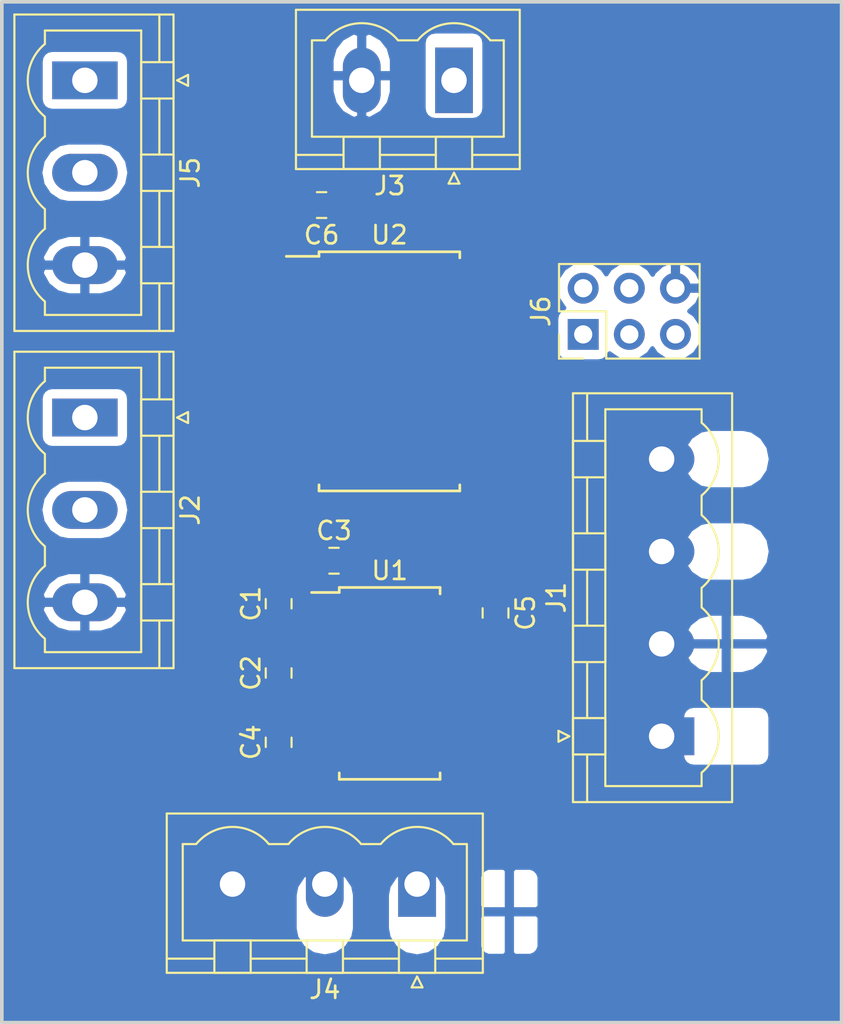
<source format=kicad_pcb>
(kicad_pcb (version 20171130) (host pcbnew "(5.0.0)")

  (general
    (thickness 1.6)
    (drawings 4)
    (tracks 5)
    (zones 0)
    (modules 14)
    (nets 20)
  )

  (page A4)
  (layers
    (0 F.Cu signal)
    (31 B.Cu signal)
    (32 B.Adhes user)
    (33 F.Adhes user)
    (34 B.Paste user)
    (35 F.Paste user)
    (36 B.SilkS user)
    (37 F.SilkS user)
    (38 B.Mask user)
    (39 F.Mask user)
    (40 Dwgs.User user hide)
    (41 Cmts.User user)
    (42 Eco1.User user)
    (43 Eco2.User user)
    (44 Edge.Cuts user)
    (45 Margin user)
    (46 B.CrtYd user)
    (47 F.CrtYd user)
    (48 B.Fab user)
    (49 F.Fab user hide)
  )

  (setup
    (last_trace_width 0.25)
    (trace_clearance 0.2)
    (zone_clearance 0.508)
    (zone_45_only no)
    (trace_min 0.2)
    (segment_width 0.2)
    (edge_width 0.2)
    (via_size 0.8)
    (via_drill 0.4)
    (via_min_size 0.4)
    (via_min_drill 0.3)
    (uvia_size 0.3)
    (uvia_drill 0.1)
    (uvias_allowed no)
    (uvia_min_size 0.2)
    (uvia_min_drill 0.1)
    (pcb_text_width 0.3)
    (pcb_text_size 1.5 1.5)
    (mod_edge_width 0.15)
    (mod_text_size 1 1)
    (mod_text_width 0.15)
    (pad_size 1.524 1.524)
    (pad_drill 0.762)
    (pad_to_mask_clearance 0.2)
    (aux_axis_origin 0 0)
    (visible_elements 7FFFFFFF)
    (pcbplotparams
      (layerselection 0x010fc_ffffffff)
      (usegerberextensions false)
      (usegerberattributes false)
      (usegerberadvancedattributes false)
      (creategerberjobfile false)
      (excludeedgelayer true)
      (linewidth 0.100000)
      (plotframeref false)
      (viasonmask false)
      (mode 1)
      (useauxorigin false)
      (hpglpennumber 1)
      (hpglpenspeed 20)
      (hpglpendiameter 15.000000)
      (psnegative false)
      (psa4output false)
      (plotreference true)
      (plotvalue true)
      (plotinvisibletext false)
      (padsonsilk false)
      (subtractmaskfromsilk false)
      (outputformat 1)
      (mirror false)
      (drillshape 1)
      (scaleselection 1)
      (outputdirectory ""))
  )

  (net 0 "")
  (net 1 "Net-(C1-Pad2)")
  (net 2 "Net-(C1-Pad1)")
  (net 3 "Net-(C2-Pad1)")
  (net 4 "Net-(C2-Pad2)")
  (net 5 "Net-(C3-Pad1)")
  (net 6 +5V)
  (net 7 "Net-(C4-Pad2)")
  (net 8 GNDD)
  (net 9 /TXD)
  (net 10 /RXD)
  (net 11 "Net-(J1-Pad3)")
  (net 12 "Net-(J1-Pad4)")
  (net 13 "Net-(J2-Pad2)")
  (net 14 "Net-(J2-Pad1)")
  (net 15 "Net-(J4-Pad2)")
  (net 16 "Net-(J4-Pad3)")
  (net 17 "Net-(J5-Pad1)")
  (net 18 "Net-(J5-Pad2)")
  (net 19 "Net-(J6-Pad1)")

  (net_class Default "This is the default net class."
    (clearance 0.2)
    (trace_width 0.25)
    (via_dia 0.8)
    (via_drill 0.4)
    (uvia_dia 0.3)
    (uvia_drill 0.1)
    (add_net +5V)
    (add_net /RXD)
    (add_net /TXD)
    (add_net GNDD)
    (add_net "Net-(C1-Pad1)")
    (add_net "Net-(C1-Pad2)")
    (add_net "Net-(C2-Pad1)")
    (add_net "Net-(C2-Pad2)")
    (add_net "Net-(C3-Pad1)")
    (add_net "Net-(C4-Pad2)")
    (add_net "Net-(J1-Pad3)")
    (add_net "Net-(J1-Pad4)")
    (add_net "Net-(J2-Pad1)")
    (add_net "Net-(J2-Pad2)")
    (add_net "Net-(J4-Pad2)")
    (add_net "Net-(J4-Pad3)")
    (add_net "Net-(J5-Pad1)")
    (add_net "Net-(J5-Pad2)")
    (add_net "Net-(J6-Pad1)")
  )

  (module Capacitor_SMD:C_0805_2012Metric (layer F.Cu) (tedit 5B36C52B) (tstamp 5EB6A972)
    (at 41.402 55.7045 270)
    (descr "Capacitor SMD 0805 (2012 Metric), square (rectangular) end terminal, IPC_7351 nominal, (Body size source: https://docs.google.com/spreadsheets/d/1BsfQQcO9C6DZCsRaXUlFlo91Tg2WpOkGARC1WS5S8t0/edit?usp=sharing), generated with kicad-footprint-generator")
    (tags capacitor)
    (path /5EB76AC3)
    (attr smd)
    (fp_text reference C1 (at 0 1.524 270) (layer F.SilkS)
      (effects (font (size 1 1) (thickness 0.15)))
    )
    (fp_text value 1u (at 0 1.65 270) (layer F.Fab)
      (effects (font (size 1 1) (thickness 0.15)))
    )
    (fp_text user %R (at 0 0 270) (layer F.Fab)
      (effects (font (size 0.5 0.5) (thickness 0.08)))
    )
    (fp_line (start 1.68 0.95) (end -1.68 0.95) (layer F.CrtYd) (width 0.05))
    (fp_line (start 1.68 -0.95) (end 1.68 0.95) (layer F.CrtYd) (width 0.05))
    (fp_line (start -1.68 -0.95) (end 1.68 -0.95) (layer F.CrtYd) (width 0.05))
    (fp_line (start -1.68 0.95) (end -1.68 -0.95) (layer F.CrtYd) (width 0.05))
    (fp_line (start -0.258578 0.71) (end 0.258578 0.71) (layer F.SilkS) (width 0.12))
    (fp_line (start -0.258578 -0.71) (end 0.258578 -0.71) (layer F.SilkS) (width 0.12))
    (fp_line (start 1 0.6) (end -1 0.6) (layer F.Fab) (width 0.1))
    (fp_line (start 1 -0.6) (end 1 0.6) (layer F.Fab) (width 0.1))
    (fp_line (start -1 -0.6) (end 1 -0.6) (layer F.Fab) (width 0.1))
    (fp_line (start -1 0.6) (end -1 -0.6) (layer F.Fab) (width 0.1))
    (pad 2 smd roundrect (at 0.9375 0 270) (size 0.975 1.4) (layers F.Cu F.Paste F.Mask) (roundrect_rratio 0.25)
      (net 1 "Net-(C1-Pad2)"))
    (pad 1 smd roundrect (at -0.9375 0 270) (size 0.975 1.4) (layers F.Cu F.Paste F.Mask) (roundrect_rratio 0.25)
      (net 2 "Net-(C1-Pad1)"))
    (model ${KISYS3DMOD}/Capacitor_SMD.3dshapes/C_0805_2012Metric.wrl
      (at (xyz 0 0 0))
      (scale (xyz 1 1 1))
      (rotate (xyz 0 0 0))
    )
  )

  (module Capacitor_SMD:C_0805_2012Metric (layer F.Cu) (tedit 5B36C52B) (tstamp 5EB6A983)
    (at 41.402 59.5145 270)
    (descr "Capacitor SMD 0805 (2012 Metric), square (rectangular) end terminal, IPC_7351 nominal, (Body size source: https://docs.google.com/spreadsheets/d/1BsfQQcO9C6DZCsRaXUlFlo91Tg2WpOkGARC1WS5S8t0/edit?usp=sharing), generated with kicad-footprint-generator")
    (tags capacitor)
    (path /5EB76B73)
    (attr smd)
    (fp_text reference C2 (at 0 1.524 270) (layer F.SilkS)
      (effects (font (size 1 1) (thickness 0.15)))
    )
    (fp_text value 1u (at 0 1.65 270) (layer F.Fab)
      (effects (font (size 1 1) (thickness 0.15)))
    )
    (fp_line (start -1 0.6) (end -1 -0.6) (layer F.Fab) (width 0.1))
    (fp_line (start -1 -0.6) (end 1 -0.6) (layer F.Fab) (width 0.1))
    (fp_line (start 1 -0.6) (end 1 0.6) (layer F.Fab) (width 0.1))
    (fp_line (start 1 0.6) (end -1 0.6) (layer F.Fab) (width 0.1))
    (fp_line (start -0.258578 -0.71) (end 0.258578 -0.71) (layer F.SilkS) (width 0.12))
    (fp_line (start -0.258578 0.71) (end 0.258578 0.71) (layer F.SilkS) (width 0.12))
    (fp_line (start -1.68 0.95) (end -1.68 -0.95) (layer F.CrtYd) (width 0.05))
    (fp_line (start -1.68 -0.95) (end 1.68 -0.95) (layer F.CrtYd) (width 0.05))
    (fp_line (start 1.68 -0.95) (end 1.68 0.95) (layer F.CrtYd) (width 0.05))
    (fp_line (start 1.68 0.95) (end -1.68 0.95) (layer F.CrtYd) (width 0.05))
    (fp_text user %R (at 0 0 270) (layer F.Fab)
      (effects (font (size 0.5 0.5) (thickness 0.08)))
    )
    (pad 1 smd roundrect (at -0.9375 0 270) (size 0.975 1.4) (layers F.Cu F.Paste F.Mask) (roundrect_rratio 0.25)
      (net 3 "Net-(C2-Pad1)"))
    (pad 2 smd roundrect (at 0.9375 0 270) (size 0.975 1.4) (layers F.Cu F.Paste F.Mask) (roundrect_rratio 0.25)
      (net 4 "Net-(C2-Pad2)"))
    (model ${KISYS3DMOD}/Capacitor_SMD.3dshapes/C_0805_2012Metric.wrl
      (at (xyz 0 0 0))
      (scale (xyz 1 1 1))
      (rotate (xyz 0 0 0))
    )
  )

  (module Capacitor_SMD:C_0805_2012Metric (layer F.Cu) (tedit 5B36C52B) (tstamp 5EB6A994)
    (at 44.45 53.34)
    (descr "Capacitor SMD 0805 (2012 Metric), square (rectangular) end terminal, IPC_7351 nominal, (Body size source: https://docs.google.com/spreadsheets/d/1BsfQQcO9C6DZCsRaXUlFlo91Tg2WpOkGARC1WS5S8t0/edit?usp=sharing), generated with kicad-footprint-generator")
    (tags capacitor)
    (path /5EB785BB)
    (attr smd)
    (fp_text reference C3 (at 0 -1.65) (layer F.SilkS)
      (effects (font (size 1 1) (thickness 0.15)))
    )
    (fp_text value 1u (at 0 1.65) (layer F.Fab)
      (effects (font (size 1 1) (thickness 0.15)))
    )
    (fp_line (start -1 0.6) (end -1 -0.6) (layer F.Fab) (width 0.1))
    (fp_line (start -1 -0.6) (end 1 -0.6) (layer F.Fab) (width 0.1))
    (fp_line (start 1 -0.6) (end 1 0.6) (layer F.Fab) (width 0.1))
    (fp_line (start 1 0.6) (end -1 0.6) (layer F.Fab) (width 0.1))
    (fp_line (start -0.258578 -0.71) (end 0.258578 -0.71) (layer F.SilkS) (width 0.12))
    (fp_line (start -0.258578 0.71) (end 0.258578 0.71) (layer F.SilkS) (width 0.12))
    (fp_line (start -1.68 0.95) (end -1.68 -0.95) (layer F.CrtYd) (width 0.05))
    (fp_line (start -1.68 -0.95) (end 1.68 -0.95) (layer F.CrtYd) (width 0.05))
    (fp_line (start 1.68 -0.95) (end 1.68 0.95) (layer F.CrtYd) (width 0.05))
    (fp_line (start 1.68 0.95) (end -1.68 0.95) (layer F.CrtYd) (width 0.05))
    (fp_text user %R (at 0 0) (layer F.Fab)
      (effects (font (size 0.5 0.5) (thickness 0.08)))
    )
    (pad 1 smd roundrect (at -0.9375 0) (size 0.975 1.4) (layers F.Cu F.Paste F.Mask) (roundrect_rratio 0.25)
      (net 5 "Net-(C3-Pad1)"))
    (pad 2 smd roundrect (at 0.9375 0) (size 0.975 1.4) (layers F.Cu F.Paste F.Mask) (roundrect_rratio 0.25)
      (net 6 +5V))
    (model ${KISYS3DMOD}/Capacitor_SMD.3dshapes/C_0805_2012Metric.wrl
      (at (xyz 0 0 0))
      (scale (xyz 1 1 1))
      (rotate (xyz 0 0 0))
    )
  )

  (module Capacitor_SMD:C_0805_2012Metric (layer F.Cu) (tedit 5B36C52B) (tstamp 5EB6A9A5)
    (at 41.402 63.3245 90)
    (descr "Capacitor SMD 0805 (2012 Metric), square (rectangular) end terminal, IPC_7351 nominal, (Body size source: https://docs.google.com/spreadsheets/d/1BsfQQcO9C6DZCsRaXUlFlo91Tg2WpOkGARC1WS5S8t0/edit?usp=sharing), generated with kicad-footprint-generator")
    (tags capacitor)
    (path /5EB76BDD)
    (attr smd)
    (fp_text reference C4 (at 0 -1.524 90) (layer F.SilkS)
      (effects (font (size 1 1) (thickness 0.15)))
    )
    (fp_text value 1u (at 0 1.65 90) (layer F.Fab)
      (effects (font (size 1 1) (thickness 0.15)))
    )
    (fp_text user %R (at 0 0 90) (layer F.Fab)
      (effects (font (size 0.5 0.5) (thickness 0.08)))
    )
    (fp_line (start 1.68 0.95) (end -1.68 0.95) (layer F.CrtYd) (width 0.05))
    (fp_line (start 1.68 -0.95) (end 1.68 0.95) (layer F.CrtYd) (width 0.05))
    (fp_line (start -1.68 -0.95) (end 1.68 -0.95) (layer F.CrtYd) (width 0.05))
    (fp_line (start -1.68 0.95) (end -1.68 -0.95) (layer F.CrtYd) (width 0.05))
    (fp_line (start -0.258578 0.71) (end 0.258578 0.71) (layer F.SilkS) (width 0.12))
    (fp_line (start -0.258578 -0.71) (end 0.258578 -0.71) (layer F.SilkS) (width 0.12))
    (fp_line (start 1 0.6) (end -1 0.6) (layer F.Fab) (width 0.1))
    (fp_line (start 1 -0.6) (end 1 0.6) (layer F.Fab) (width 0.1))
    (fp_line (start -1 -0.6) (end 1 -0.6) (layer F.Fab) (width 0.1))
    (fp_line (start -1 0.6) (end -1 -0.6) (layer F.Fab) (width 0.1))
    (pad 2 smd roundrect (at 0.9375 0 90) (size 0.975 1.4) (layers F.Cu F.Paste F.Mask) (roundrect_rratio 0.25)
      (net 7 "Net-(C4-Pad2)"))
    (pad 1 smd roundrect (at -0.9375 0 90) (size 0.975 1.4) (layers F.Cu F.Paste F.Mask) (roundrect_rratio 0.25)
      (net 8 GNDD))
    (model ${KISYS3DMOD}/Capacitor_SMD.3dshapes/C_0805_2012Metric.wrl
      (at (xyz 0 0 0))
      (scale (xyz 1 1 1))
      (rotate (xyz 0 0 0))
    )
  )

  (module Capacitor_SMD:C_0805_2012Metric (layer F.Cu) (tedit 5B36C52B) (tstamp 5EB6AD66)
    (at 53.34 56.2125 270)
    (descr "Capacitor SMD 0805 (2012 Metric), square (rectangular) end terminal, IPC_7351 nominal, (Body size source: https://docs.google.com/spreadsheets/d/1BsfQQcO9C6DZCsRaXUlFlo91Tg2WpOkGARC1WS5S8t0/edit?usp=sharing), generated with kicad-footprint-generator")
    (tags capacitor)
    (path /5EB79998)
    (attr smd)
    (fp_text reference C5 (at 0 -1.65 270) (layer F.SilkS)
      (effects (font (size 1 1) (thickness 0.15)))
    )
    (fp_text value 1u (at 0 1.65 270) (layer F.Fab)
      (effects (font (size 1 1) (thickness 0.15)))
    )
    (fp_text user %R (at 0 0 270) (layer F.Fab)
      (effects (font (size 0.5 0.5) (thickness 0.08)))
    )
    (fp_line (start 1.68 0.95) (end -1.68 0.95) (layer F.CrtYd) (width 0.05))
    (fp_line (start 1.68 -0.95) (end 1.68 0.95) (layer F.CrtYd) (width 0.05))
    (fp_line (start -1.68 -0.95) (end 1.68 -0.95) (layer F.CrtYd) (width 0.05))
    (fp_line (start -1.68 0.95) (end -1.68 -0.95) (layer F.CrtYd) (width 0.05))
    (fp_line (start -0.258578 0.71) (end 0.258578 0.71) (layer F.SilkS) (width 0.12))
    (fp_line (start -0.258578 -0.71) (end 0.258578 -0.71) (layer F.SilkS) (width 0.12))
    (fp_line (start 1 0.6) (end -1 0.6) (layer F.Fab) (width 0.1))
    (fp_line (start 1 -0.6) (end 1 0.6) (layer F.Fab) (width 0.1))
    (fp_line (start -1 -0.6) (end 1 -0.6) (layer F.Fab) (width 0.1))
    (fp_line (start -1 0.6) (end -1 -0.6) (layer F.Fab) (width 0.1))
    (pad 2 smd roundrect (at 0.9375 0 270) (size 0.975 1.4) (layers F.Cu F.Paste F.Mask) (roundrect_rratio 0.25)
      (net 8 GNDD))
    (pad 1 smd roundrect (at -0.9375 0 270) (size 0.975 1.4) (layers F.Cu F.Paste F.Mask) (roundrect_rratio 0.25)
      (net 6 +5V))
    (model ${KISYS3DMOD}/Capacitor_SMD.3dshapes/C_0805_2012Metric.wrl
      (at (xyz 0 0 0))
      (scale (xyz 1 1 1))
      (rotate (xyz 0 0 0))
    )
  )

  (module Capacitor_SMD:C_0805_2012Metric (layer F.Cu) (tedit 5B36C52B) (tstamp 5EB6AEBA)
    (at 43.7665 33.782 180)
    (descr "Capacitor SMD 0805 (2012 Metric), square (rectangular) end terminal, IPC_7351 nominal, (Body size source: https://docs.google.com/spreadsheets/d/1BsfQQcO9C6DZCsRaXUlFlo91Tg2WpOkGARC1WS5S8t0/edit?usp=sharing), generated with kicad-footprint-generator")
    (tags capacitor)
    (path /5EB67D9C)
    (attr smd)
    (fp_text reference C6 (at 0 -1.65 180) (layer F.SilkS)
      (effects (font (size 1 1) (thickness 0.15)))
    )
    (fp_text value 100n (at 0 1.65 180) (layer F.Fab)
      (effects (font (size 1 1) (thickness 0.15)))
    )
    (fp_line (start -1 0.6) (end -1 -0.6) (layer F.Fab) (width 0.1))
    (fp_line (start -1 -0.6) (end 1 -0.6) (layer F.Fab) (width 0.1))
    (fp_line (start 1 -0.6) (end 1 0.6) (layer F.Fab) (width 0.1))
    (fp_line (start 1 0.6) (end -1 0.6) (layer F.Fab) (width 0.1))
    (fp_line (start -0.258578 -0.71) (end 0.258578 -0.71) (layer F.SilkS) (width 0.12))
    (fp_line (start -0.258578 0.71) (end 0.258578 0.71) (layer F.SilkS) (width 0.12))
    (fp_line (start -1.68 0.95) (end -1.68 -0.95) (layer F.CrtYd) (width 0.05))
    (fp_line (start -1.68 -0.95) (end 1.68 -0.95) (layer F.CrtYd) (width 0.05))
    (fp_line (start 1.68 -0.95) (end 1.68 0.95) (layer F.CrtYd) (width 0.05))
    (fp_line (start 1.68 0.95) (end -1.68 0.95) (layer F.CrtYd) (width 0.05))
    (fp_text user %R (at 0 0 180) (layer F.Fab)
      (effects (font (size 0.5 0.5) (thickness 0.08)))
    )
    (pad 1 smd roundrect (at -0.9375 0 180) (size 0.975 1.4) (layers F.Cu F.Paste F.Mask) (roundrect_rratio 0.25)
      (net 8 GNDD))
    (pad 2 smd roundrect (at 0.9375 0 180) (size 0.975 1.4) (layers F.Cu F.Paste F.Mask) (roundrect_rratio 0.25)
      (net 6 +5V))
    (model ${KISYS3DMOD}/Capacitor_SMD.3dshapes/C_0805_2012Metric.wrl
      (at (xyz 0 0 0))
      (scale (xyz 1 1 1))
      (rotate (xyz 0 0 0))
    )
  )

  (module Package_SO:SOIC-16W_5.3x10.2mm_P1.27mm (layer F.Cu) (tedit 5A02F2D3) (tstamp 5EB6A9EC)
    (at 47.513001 60.085001)
    (descr "16-Lead Plastic Small Outline (SO) - Wide, 5.3 mm Body (http://www.ti.com/lit/ml/msop002a/msop002a.pdf)")
    (tags "SOIC 1.27")
    (path /5EB73E75)
    (attr smd)
    (fp_text reference U1 (at 0 -6.2) (layer F.SilkS)
      (effects (font (size 1 1) (thickness 0.15)))
    )
    (fp_text value MAX232 (at 0 6.2) (layer F.Fab)
      (effects (font (size 1 1) (thickness 0.15)))
    )
    (fp_text user %R (at 0 0) (layer F.Fab)
      (effects (font (size 1 1) (thickness 0.15)))
    )
    (fp_line (start -1.65 -5.1) (end 2.65 -5.1) (layer F.Fab) (width 0.15))
    (fp_line (start 2.65 -5.1) (end 2.65 5.1) (layer F.Fab) (width 0.15))
    (fp_line (start 2.65 5.1) (end -2.65 5.1) (layer F.Fab) (width 0.15))
    (fp_line (start -2.65 5.1) (end -2.65 -4.1) (layer F.Fab) (width 0.15))
    (fp_line (start -2.65 -4.1) (end -1.65 -5.1) (layer F.Fab) (width 0.15))
    (fp_line (start -4.55 -5.45) (end -4.55 5.45) (layer F.CrtYd) (width 0.05))
    (fp_line (start 4.55 -5.45) (end 4.55 5.45) (layer F.CrtYd) (width 0.05))
    (fp_line (start -4.55 -5.45) (end 4.55 -5.45) (layer F.CrtYd) (width 0.05))
    (fp_line (start -4.55 5.45) (end 4.55 5.45) (layer F.CrtYd) (width 0.05))
    (fp_line (start -2.775 -5.275) (end -2.775 -5) (layer F.SilkS) (width 0.15))
    (fp_line (start 2.775 -5.275) (end 2.775 -4.92) (layer F.SilkS) (width 0.15))
    (fp_line (start 2.775 5.275) (end 2.775 4.92) (layer F.SilkS) (width 0.15))
    (fp_line (start -2.775 5.275) (end -2.775 4.92) (layer F.SilkS) (width 0.15))
    (fp_line (start -2.775 -5.275) (end 2.775 -5.275) (layer F.SilkS) (width 0.15))
    (fp_line (start -2.775 5.275) (end 2.775 5.275) (layer F.SilkS) (width 0.15))
    (fp_line (start -2.775 -5) (end -4.3 -5) (layer F.SilkS) (width 0.15))
    (pad 1 smd rect (at -3.55 -4.445) (size 1.5 0.6) (layers F.Cu F.Paste F.Mask)
      (net 2 "Net-(C1-Pad1)"))
    (pad 2 smd rect (at -3.55 -3.175) (size 1.5 0.6) (layers F.Cu F.Paste F.Mask)
      (net 5 "Net-(C3-Pad1)"))
    (pad 3 smd rect (at -3.55 -1.905) (size 1.5 0.6) (layers F.Cu F.Paste F.Mask)
      (net 1 "Net-(C1-Pad2)"))
    (pad 4 smd rect (at -3.55 -0.635) (size 1.5 0.6) (layers F.Cu F.Paste F.Mask)
      (net 3 "Net-(C2-Pad1)"))
    (pad 5 smd rect (at -3.55 0.635) (size 1.5 0.6) (layers F.Cu F.Paste F.Mask)
      (net 4 "Net-(C2-Pad2)"))
    (pad 6 smd rect (at -3.55 1.905) (size 1.5 0.6) (layers F.Cu F.Paste F.Mask)
      (net 7 "Net-(C4-Pad2)"))
    (pad 7 smd rect (at -3.55 3.175) (size 1.5 0.6) (layers F.Cu F.Paste F.Mask)
      (net 16 "Net-(J4-Pad3)"))
    (pad 8 smd rect (at -3.55 4.445) (size 1.5 0.6) (layers F.Cu F.Paste F.Mask))
    (pad 9 smd rect (at 3.55 4.445) (size 1.5 0.6) (layers F.Cu F.Paste F.Mask))
    (pad 10 smd rect (at 3.55 3.175) (size 1.5 0.6) (layers F.Cu F.Paste F.Mask)
      (net 9 /TXD))
    (pad 11 smd rect (at 3.55 1.905) (size 1.5 0.6) (layers F.Cu F.Paste F.Mask))
    (pad 12 smd rect (at 3.55 0.635) (size 1.5 0.6) (layers F.Cu F.Paste F.Mask)
      (net 10 /RXD))
    (pad 13 smd rect (at 3.55 -0.635) (size 1.5 0.6) (layers F.Cu F.Paste F.Mask)
      (net 15 "Net-(J4-Pad2)"))
    (pad 14 smd rect (at 3.55 -1.905) (size 1.5 0.6) (layers F.Cu F.Paste F.Mask))
    (pad 15 smd rect (at 3.55 -3.175) (size 1.5 0.6) (layers F.Cu F.Paste F.Mask)
      (net 8 GNDD))
    (pad 16 smd rect (at 3.55 -4.445) (size 1.5 0.6) (layers F.Cu F.Paste F.Mask)
      (net 6 +5V))
    (model ${KISYS3DMOD}/Package_SO.3dshapes/SOIC-16W_5.3x10.2mm_P1.27mm.wrl
      (at (xyz 0 0 0))
      (scale (xyz 1 1 1))
      (rotate (xyz 0 0 0))
    )
  )

  (module Package_SO:SOIC-20W_7.5x12.8mm_P1.27mm (layer F.Cu) (tedit 5A02F2D3) (tstamp 5EB6AC94)
    (at 47.498 42.926)
    (descr "20-Lead Plastic Small Outline (SO) - Wide, 7.50 mm Body [SOIC] (see Microchip Packaging Specification 00000049BS.pdf)")
    (tags "SOIC 1.27")
    (path /5EB67199)
    (attr smd)
    (fp_text reference U2 (at 0 -7.5) (layer F.SilkS)
      (effects (font (size 1 1) (thickness 0.15)))
    )
    (fp_text value ATtiny816-SN (at 0 7.5) (layer F.Fab)
      (effects (font (size 1 1) (thickness 0.15)))
    )
    (fp_text user %R (at 0 0) (layer F.Fab)
      (effects (font (size 1 1) (thickness 0.15)))
    )
    (fp_line (start -2.75 -6.4) (end 3.75 -6.4) (layer F.Fab) (width 0.15))
    (fp_line (start 3.75 -6.4) (end 3.75 6.4) (layer F.Fab) (width 0.15))
    (fp_line (start 3.75 6.4) (end -3.75 6.4) (layer F.Fab) (width 0.15))
    (fp_line (start -3.75 6.4) (end -3.75 -5.4) (layer F.Fab) (width 0.15))
    (fp_line (start -3.75 -5.4) (end -2.75 -6.4) (layer F.Fab) (width 0.15))
    (fp_line (start -5.95 -6.75) (end -5.95 6.75) (layer F.CrtYd) (width 0.05))
    (fp_line (start 5.95 -6.75) (end 5.95 6.75) (layer F.CrtYd) (width 0.05))
    (fp_line (start -5.95 -6.75) (end 5.95 -6.75) (layer F.CrtYd) (width 0.05))
    (fp_line (start -5.95 6.75) (end 5.95 6.75) (layer F.CrtYd) (width 0.05))
    (fp_line (start -3.875 -6.575) (end -3.875 -6.325) (layer F.SilkS) (width 0.15))
    (fp_line (start 3.875 -6.575) (end 3.875 -6.24) (layer F.SilkS) (width 0.15))
    (fp_line (start 3.875 6.575) (end 3.875 6.24) (layer F.SilkS) (width 0.15))
    (fp_line (start -3.875 6.575) (end -3.875 6.24) (layer F.SilkS) (width 0.15))
    (fp_line (start -3.875 -6.575) (end 3.875 -6.575) (layer F.SilkS) (width 0.15))
    (fp_line (start -3.875 6.575) (end 3.875 6.575) (layer F.SilkS) (width 0.15))
    (fp_line (start -3.875 -6.325) (end -5.675 -6.325) (layer F.SilkS) (width 0.15))
    (pad 1 smd rect (at -4.7 -5.715) (size 1.95 0.6) (layers F.Cu F.Paste F.Mask)
      (net 6 +5V))
    (pad 2 smd rect (at -4.7 -4.445) (size 1.95 0.6) (layers F.Cu F.Paste F.Mask))
    (pad 3 smd rect (at -4.7 -3.175) (size 1.95 0.6) (layers F.Cu F.Paste F.Mask))
    (pad 4 smd rect (at -4.7 -1.905) (size 1.95 0.6) (layers F.Cu F.Paste F.Mask)
      (net 17 "Net-(J5-Pad1)"))
    (pad 5 smd rect (at -4.7 -0.635) (size 1.95 0.6) (layers F.Cu F.Paste F.Mask)
      (net 18 "Net-(J5-Pad2)"))
    (pad 6 smd rect (at -4.7 0.635) (size 1.95 0.6) (layers F.Cu F.Paste F.Mask))
    (pad 7 smd rect (at -4.7 1.905) (size 1.95 0.6) (layers F.Cu F.Paste F.Mask))
    (pad 8 smd rect (at -4.7 3.175) (size 1.95 0.6) (layers F.Cu F.Paste F.Mask)
      (net 10 /RXD))
    (pad 9 smd rect (at -4.7 4.445) (size 1.95 0.6) (layers F.Cu F.Paste F.Mask)
      (net 9 /TXD))
    (pad 10 smd rect (at -4.7 5.715) (size 1.95 0.6) (layers F.Cu F.Paste F.Mask)
      (net 13 "Net-(J2-Pad2)"))
    (pad 11 smd rect (at 4.7 5.715) (size 1.95 0.6) (layers F.Cu F.Paste F.Mask)
      (net 14 "Net-(J2-Pad1)"))
    (pad 12 smd rect (at 4.7 4.445) (size 1.95 0.6) (layers F.Cu F.Paste F.Mask)
      (net 11 "Net-(J1-Pad3)"))
    (pad 13 smd rect (at 4.7 3.175) (size 1.95 0.6) (layers F.Cu F.Paste F.Mask)
      (net 12 "Net-(J1-Pad4)"))
    (pad 14 smd rect (at 4.7 1.905) (size 1.95 0.6) (layers F.Cu F.Paste F.Mask))
    (pad 15 smd rect (at 4.7 0.635) (size 1.95 0.6) (layers F.Cu F.Paste F.Mask))
    (pad 16 smd rect (at 4.7 -0.635) (size 1.95 0.6) (layers F.Cu F.Paste F.Mask)
      (net 19 "Net-(J6-Pad1)"))
    (pad 17 smd rect (at 4.7 -1.905) (size 1.95 0.6) (layers F.Cu F.Paste F.Mask))
    (pad 18 smd rect (at 4.7 -3.175) (size 1.95 0.6) (layers F.Cu F.Paste F.Mask))
    (pad 19 smd rect (at 4.7 -4.445) (size 1.95 0.6) (layers F.Cu F.Paste F.Mask))
    (pad 20 smd rect (at 4.7 -5.715) (size 1.95 0.6) (layers F.Cu F.Paste F.Mask)
      (net 8 GNDD))
    (model ${KISYS3DMOD}/Package_SO.3dshapes/SOIC-20W_7.5x12.8mm_P1.27mm.wrl
      (at (xyz 0 0 0))
      (scale (xyz 1 1 1))
      (rotate (xyz 0 0 0))
    )
  )

  (module Connector_Phoenix_MSTB:PhoenixContact_MSTBVA_2,5_4-G-5,08_1x04_P5.08mm_Vertical (layer F.Cu) (tedit 5A00FA1E) (tstamp 5EB8F1CF)
    (at 62.484 62.992 90)
    (descr "Generic Phoenix Contact connector footprint for: MSTBVA_2,5/4-G-5,08; number of pins: 04; pin pitch: 5.08mm; Vertical || order number: 1755752 12A || order number: 1924321 16A (HC)")
    (tags "phoenix_contact connector MSTBVA_01x04_G_5.08mm")
    (path /5EB64F77)
    (fp_text reference J1 (at 7.62 -5.8 90) (layer F.SilkS)
      (effects (font (size 1 1) (thickness 0.15)))
    )
    (fp_text value "Limit Switch Inputs" (at 7.62 4.8 90) (layer F.Fab)
      (effects (font (size 1 1) (thickness 0.15)))
    )
    (fp_arc (start 0 0.55) (end -2 2.2) (angle -100.5) (layer F.SilkS) (width 0.12))
    (fp_arc (start 5.08 0.55) (end 3.08 2.2) (angle -100.5) (layer F.SilkS) (width 0.12))
    (fp_arc (start 10.16 0.55) (end 8.16 2.2) (angle -100.5) (layer F.SilkS) (width 0.12))
    (fp_arc (start 15.24 0.55) (end 13.24 2.2) (angle -100.5) (layer F.SilkS) (width 0.12))
    (fp_line (start -3.62 -4.88) (end -3.62 3.88) (layer F.SilkS) (width 0.12))
    (fp_line (start -3.62 3.88) (end 18.86 3.88) (layer F.SilkS) (width 0.12))
    (fp_line (start 18.86 3.88) (end 18.86 -4.88) (layer F.SilkS) (width 0.12))
    (fp_line (start 18.86 -4.88) (end -3.62 -4.88) (layer F.SilkS) (width 0.12))
    (fp_line (start -3.54 -4.8) (end -3.54 3.8) (layer F.Fab) (width 0.1))
    (fp_line (start -3.54 3.8) (end 18.78 3.8) (layer F.Fab) (width 0.1))
    (fp_line (start 18.78 3.8) (end 18.78 -4.8) (layer F.Fab) (width 0.1))
    (fp_line (start 18.78 -4.8) (end -3.54 -4.8) (layer F.Fab) (width 0.1))
    (fp_line (start -3.62 -4.1) (end -1.08 -4.1) (layer F.SilkS) (width 0.12))
    (fp_line (start 18.86 -4.1) (end 16.32 -4.1) (layer F.SilkS) (width 0.12))
    (fp_line (start 1 -4.1) (end 4.08 -4.1) (layer F.SilkS) (width 0.12))
    (fp_line (start 6.08 -4.1) (end 9.16 -4.1) (layer F.SilkS) (width 0.12))
    (fp_line (start 11.16 -4.1) (end 14.24 -4.1) (layer F.SilkS) (width 0.12))
    (fp_line (start -1 -3.1) (end -1 -4.88) (layer F.SilkS) (width 0.12))
    (fp_line (start -1 -4.88) (end 1 -4.88) (layer F.SilkS) (width 0.12))
    (fp_line (start 1 -4.88) (end 1 -3.1) (layer F.SilkS) (width 0.12))
    (fp_line (start 1 -3.1) (end -1 -3.1) (layer F.SilkS) (width 0.12))
    (fp_line (start 4.08 -3.1) (end 4.08 -4.88) (layer F.SilkS) (width 0.12))
    (fp_line (start 4.08 -4.88) (end 6.08 -4.88) (layer F.SilkS) (width 0.12))
    (fp_line (start 6.08 -4.88) (end 6.08 -3.1) (layer F.SilkS) (width 0.12))
    (fp_line (start 6.08 -3.1) (end 4.08 -3.1) (layer F.SilkS) (width 0.12))
    (fp_line (start 9.16 -3.1) (end 9.16 -4.88) (layer F.SilkS) (width 0.12))
    (fp_line (start 9.16 -4.88) (end 11.16 -4.88) (layer F.SilkS) (width 0.12))
    (fp_line (start 11.16 -4.88) (end 11.16 -3.1) (layer F.SilkS) (width 0.12))
    (fp_line (start 11.16 -3.1) (end 9.16 -3.1) (layer F.SilkS) (width 0.12))
    (fp_line (start 14.24 -3.1) (end 14.24 -4.88) (layer F.SilkS) (width 0.12))
    (fp_line (start 14.24 -4.88) (end 16.24 -4.88) (layer F.SilkS) (width 0.12))
    (fp_line (start 16.24 -4.88) (end 16.24 -3.1) (layer F.SilkS) (width 0.12))
    (fp_line (start 16.24 -3.1) (end 14.24 -3.1) (layer F.SilkS) (width 0.12))
    (fp_line (start 2 2.2) (end 3.08 2.2) (layer F.SilkS) (width 0.12))
    (fp_line (start 7.08 2.2) (end 8.16 2.2) (layer F.SilkS) (width 0.12))
    (fp_line (start 12.16 2.2) (end 13.24 2.2) (layer F.SilkS) (width 0.12))
    (fp_line (start -2 2.2) (end -2.74 2.2) (layer F.SilkS) (width 0.12))
    (fp_line (start -2.74 2.2) (end -2.74 -3.1) (layer F.SilkS) (width 0.12))
    (fp_line (start -2.74 -3.1) (end 17.98 -3.1) (layer F.SilkS) (width 0.12))
    (fp_line (start 17.98 -3.1) (end 17.98 2.2) (layer F.SilkS) (width 0.12))
    (fp_line (start 17.98 2.2) (end 17.24 2.2) (layer F.SilkS) (width 0.12))
    (fp_line (start -4.04 -5.3) (end -4.04 4.3) (layer F.CrtYd) (width 0.05))
    (fp_line (start -4.04 4.3) (end 19.28 4.3) (layer F.CrtYd) (width 0.05))
    (fp_line (start 19.28 4.3) (end 19.28 -5.3) (layer F.CrtYd) (width 0.05))
    (fp_line (start 19.28 -5.3) (end -4.04 -5.3) (layer F.CrtYd) (width 0.05))
    (fp_line (start 0.3 -5.68) (end 0 -5.08) (layer F.SilkS) (width 0.12))
    (fp_line (start 0 -5.08) (end -0.3 -5.68) (layer F.SilkS) (width 0.12))
    (fp_line (start -0.3 -5.68) (end 0.3 -5.68) (layer F.SilkS) (width 0.12))
    (fp_line (start 0.5 -3.55) (end 0 -2.55) (layer F.Fab) (width 0.1))
    (fp_line (start 0 -2.55) (end -0.5 -3.55) (layer F.Fab) (width 0.1))
    (fp_line (start -0.5 -3.55) (end 0.5 -3.55) (layer F.Fab) (width 0.1))
    (fp_text user %R (at 7.62 -3 90) (layer F.Fab)
      (effects (font (size 1 1) (thickness 0.15)))
    )
    (pad 1 thru_hole rect (at 0 0 90) (size 2.08 3.6) (drill 1.4) (layers *.Cu *.Mask)
      (net 6 +5V))
    (pad 2 thru_hole oval (at 5.08 0 90) (size 2.08 3.6) (drill 1.4) (layers *.Cu *.Mask)
      (net 8 GNDD))
    (pad 3 thru_hole oval (at 10.16 0 90) (size 2.08 3.6) (drill 1.4) (layers *.Cu *.Mask)
      (net 11 "Net-(J1-Pad3)"))
    (pad 4 thru_hole oval (at 15.24 0 90) (size 2.08 3.6) (drill 1.4) (layers *.Cu *.Mask)
      (net 12 "Net-(J1-Pad4)"))
    (model ${KISYS3DMOD}/Connector_Phoenix_MSTB.3dshapes/PhoenixContact_MSTBVA_2,5_4-G-5,08_1x04_P5.08mm_Vertical.wrl
      (at (xyz 0 0 0))
      (scale (xyz 1 1 1))
      (rotate (xyz 0 0 0))
    )
  )

  (module Connector_Phoenix_MSTB:PhoenixContact_MSTBVA_2,5_3-G-5,08_1x03_P5.08mm_Vertical (layer F.Cu) (tedit 5A00FA1E) (tstamp 5EB8F203)
    (at 30.734 45.466 270)
    (descr "Generic Phoenix Contact connector footprint for: MSTBVA_2,5/3-G-5,08; number of pins: 03; pin pitch: 5.08mm; Vertical || order number: 1755749 12A || order number: 1924318 16A (HC)")
    (tags "phoenix_contact connector MSTBVA_01x03_G_5.08mm")
    (path /5EB70C64)
    (fp_text reference J2 (at 5.08 -5.8 270) (layer F.SilkS)
      (effects (font (size 1 1) (thickness 0.15)))
    )
    (fp_text value "DC Motor Control" (at 5.08 4.8 270) (layer F.Fab)
      (effects (font (size 1 1) (thickness 0.15)))
    )
    (fp_text user %R (at 5.08 -3 270) (layer F.Fab)
      (effects (font (size 1 1) (thickness 0.15)))
    )
    (fp_line (start -0.5 -3.55) (end 0.5 -3.55) (layer F.Fab) (width 0.1))
    (fp_line (start 0 -2.55) (end -0.5 -3.55) (layer F.Fab) (width 0.1))
    (fp_line (start 0.5 -3.55) (end 0 -2.55) (layer F.Fab) (width 0.1))
    (fp_line (start -0.3 -5.68) (end 0.3 -5.68) (layer F.SilkS) (width 0.12))
    (fp_line (start 0 -5.08) (end -0.3 -5.68) (layer F.SilkS) (width 0.12))
    (fp_line (start 0.3 -5.68) (end 0 -5.08) (layer F.SilkS) (width 0.12))
    (fp_line (start 14.2 -5.3) (end -4.04 -5.3) (layer F.CrtYd) (width 0.05))
    (fp_line (start 14.2 4.3) (end 14.2 -5.3) (layer F.CrtYd) (width 0.05))
    (fp_line (start -4.04 4.3) (end 14.2 4.3) (layer F.CrtYd) (width 0.05))
    (fp_line (start -4.04 -5.3) (end -4.04 4.3) (layer F.CrtYd) (width 0.05))
    (fp_line (start 12.9 2.2) (end 12.16 2.2) (layer F.SilkS) (width 0.12))
    (fp_line (start 12.9 -3.1) (end 12.9 2.2) (layer F.SilkS) (width 0.12))
    (fp_line (start -2.74 -3.1) (end 12.9 -3.1) (layer F.SilkS) (width 0.12))
    (fp_line (start -2.74 2.2) (end -2.74 -3.1) (layer F.SilkS) (width 0.12))
    (fp_line (start -2 2.2) (end -2.74 2.2) (layer F.SilkS) (width 0.12))
    (fp_line (start 7.08 2.2) (end 8.16 2.2) (layer F.SilkS) (width 0.12))
    (fp_line (start 2 2.2) (end 3.08 2.2) (layer F.SilkS) (width 0.12))
    (fp_line (start 11.16 -3.1) (end 9.16 -3.1) (layer F.SilkS) (width 0.12))
    (fp_line (start 11.16 -4.88) (end 11.16 -3.1) (layer F.SilkS) (width 0.12))
    (fp_line (start 9.16 -4.88) (end 11.16 -4.88) (layer F.SilkS) (width 0.12))
    (fp_line (start 9.16 -3.1) (end 9.16 -4.88) (layer F.SilkS) (width 0.12))
    (fp_line (start 6.08 -3.1) (end 4.08 -3.1) (layer F.SilkS) (width 0.12))
    (fp_line (start 6.08 -4.88) (end 6.08 -3.1) (layer F.SilkS) (width 0.12))
    (fp_line (start 4.08 -4.88) (end 6.08 -4.88) (layer F.SilkS) (width 0.12))
    (fp_line (start 4.08 -3.1) (end 4.08 -4.88) (layer F.SilkS) (width 0.12))
    (fp_line (start 1 -3.1) (end -1 -3.1) (layer F.SilkS) (width 0.12))
    (fp_line (start 1 -4.88) (end 1 -3.1) (layer F.SilkS) (width 0.12))
    (fp_line (start -1 -4.88) (end 1 -4.88) (layer F.SilkS) (width 0.12))
    (fp_line (start -1 -3.1) (end -1 -4.88) (layer F.SilkS) (width 0.12))
    (fp_line (start 6.08 -4.1) (end 9.16 -4.1) (layer F.SilkS) (width 0.12))
    (fp_line (start 1 -4.1) (end 4.08 -4.1) (layer F.SilkS) (width 0.12))
    (fp_line (start 13.78 -4.1) (end 11.24 -4.1) (layer F.SilkS) (width 0.12))
    (fp_line (start -3.62 -4.1) (end -1.08 -4.1) (layer F.SilkS) (width 0.12))
    (fp_line (start 13.7 -4.8) (end -3.54 -4.8) (layer F.Fab) (width 0.1))
    (fp_line (start 13.7 3.8) (end 13.7 -4.8) (layer F.Fab) (width 0.1))
    (fp_line (start -3.54 3.8) (end 13.7 3.8) (layer F.Fab) (width 0.1))
    (fp_line (start -3.54 -4.8) (end -3.54 3.8) (layer F.Fab) (width 0.1))
    (fp_line (start 13.78 -4.88) (end -3.62 -4.88) (layer F.SilkS) (width 0.12))
    (fp_line (start 13.78 3.88) (end 13.78 -4.88) (layer F.SilkS) (width 0.12))
    (fp_line (start -3.62 3.88) (end 13.78 3.88) (layer F.SilkS) (width 0.12))
    (fp_line (start -3.62 -4.88) (end -3.62 3.88) (layer F.SilkS) (width 0.12))
    (fp_arc (start 10.16 0.55) (end 8.16 2.2) (angle -100.5) (layer F.SilkS) (width 0.12))
    (fp_arc (start 5.08 0.55) (end 3.08 2.2) (angle -100.5) (layer F.SilkS) (width 0.12))
    (fp_arc (start 0 0.55) (end -2 2.2) (angle -100.5) (layer F.SilkS) (width 0.12))
    (pad 3 thru_hole oval (at 10.16 0 270) (size 2.08 3.6) (drill 1.4) (layers *.Cu *.Mask)
      (net 8 GNDD))
    (pad 2 thru_hole oval (at 5.08 0 270) (size 2.08 3.6) (drill 1.4) (layers *.Cu *.Mask)
      (net 13 "Net-(J2-Pad2)"))
    (pad 1 thru_hole rect (at 0 0 270) (size 2.08 3.6) (drill 1.4) (layers *.Cu *.Mask)
      (net 14 "Net-(J2-Pad1)"))
    (model ${KISYS3DMOD}/Connector_Phoenix_MSTB.3dshapes/PhoenixContact_MSTBVA_2,5_3-G-5,08_1x03_P5.08mm_Vertical.wrl
      (at (xyz 0 0 0))
      (scale (xyz 1 1 1))
      (rotate (xyz 0 0 0))
    )
  )

  (module Connector_Phoenix_MSTB:PhoenixContact_MSTBVA_2,5_2-G-5,08_1x02_P5.08mm_Vertical (layer F.Cu) (tedit 5A00FA1E) (tstamp 5EB8F22F)
    (at 51.054 26.924 180)
    (descr "Generic Phoenix Contact connector footprint for: MSTBVA_2,5/2-G-5,08; number of pins: 02; pin pitch: 5.08mm; Vertical || order number: 1755736 12A || order number: 1924305 16A (HC)")
    (tags "phoenix_contact connector MSTBVA_01x02_G_5.08mm")
    (path /5EB67207)
    (fp_text reference J3 (at 3.54 -5.8 180) (layer F.SilkS)
      (effects (font (size 1 1) (thickness 0.15)))
    )
    (fp_text value "Battery Input" (at 2.54 4.8 180) (layer F.Fab)
      (effects (font (size 1 1) (thickness 0.15)))
    )
    (fp_arc (start 0 0.55) (end -2 2.2) (angle -100.5) (layer F.SilkS) (width 0.12))
    (fp_arc (start 5.08 0.55) (end 3.08 2.2) (angle -100.5) (layer F.SilkS) (width 0.12))
    (fp_line (start -3.62 -4.88) (end -3.62 3.88) (layer F.SilkS) (width 0.12))
    (fp_line (start -3.62 3.88) (end 8.7 3.88) (layer F.SilkS) (width 0.12))
    (fp_line (start 8.7 3.88) (end 8.7 -4.88) (layer F.SilkS) (width 0.12))
    (fp_line (start 8.7 -4.88) (end -3.62 -4.88) (layer F.SilkS) (width 0.12))
    (fp_line (start -3.54 -4.8) (end -3.54 3.8) (layer F.Fab) (width 0.1))
    (fp_line (start -3.54 3.8) (end 8.62 3.8) (layer F.Fab) (width 0.1))
    (fp_line (start 8.62 3.8) (end 8.62 -4.8) (layer F.Fab) (width 0.1))
    (fp_line (start 8.62 -4.8) (end -3.54 -4.8) (layer F.Fab) (width 0.1))
    (fp_line (start -3.62 -4.1) (end -1.08 -4.1) (layer F.SilkS) (width 0.12))
    (fp_line (start 8.7 -4.1) (end 6.16 -4.1) (layer F.SilkS) (width 0.12))
    (fp_line (start 1 -4.1) (end 4.08 -4.1) (layer F.SilkS) (width 0.12))
    (fp_line (start -1 -3.1) (end -1 -4.88) (layer F.SilkS) (width 0.12))
    (fp_line (start -1 -4.88) (end 1 -4.88) (layer F.SilkS) (width 0.12))
    (fp_line (start 1 -4.88) (end 1 -3.1) (layer F.SilkS) (width 0.12))
    (fp_line (start 1 -3.1) (end -1 -3.1) (layer F.SilkS) (width 0.12))
    (fp_line (start 4.08 -3.1) (end 4.08 -4.88) (layer F.SilkS) (width 0.12))
    (fp_line (start 4.08 -4.88) (end 6.08 -4.88) (layer F.SilkS) (width 0.12))
    (fp_line (start 6.08 -4.88) (end 6.08 -3.1) (layer F.SilkS) (width 0.12))
    (fp_line (start 6.08 -3.1) (end 4.08 -3.1) (layer F.SilkS) (width 0.12))
    (fp_line (start 2 2.2) (end 3.08 2.2) (layer F.SilkS) (width 0.12))
    (fp_line (start -2 2.2) (end -2.74 2.2) (layer F.SilkS) (width 0.12))
    (fp_line (start -2.74 2.2) (end -2.74 -3.1) (layer F.SilkS) (width 0.12))
    (fp_line (start -2.74 -3.1) (end 7.82 -3.1) (layer F.SilkS) (width 0.12))
    (fp_line (start 7.82 -3.1) (end 7.82 2.2) (layer F.SilkS) (width 0.12))
    (fp_line (start 7.82 2.2) (end 7.08 2.2) (layer F.SilkS) (width 0.12))
    (fp_line (start -4.04 -5.3) (end -4.04 4.3) (layer F.CrtYd) (width 0.05))
    (fp_line (start -4.04 4.3) (end 9.12 4.3) (layer F.CrtYd) (width 0.05))
    (fp_line (start 9.12 4.3) (end 9.12 -5.3) (layer F.CrtYd) (width 0.05))
    (fp_line (start 9.12 -5.3) (end -4.04 -5.3) (layer F.CrtYd) (width 0.05))
    (fp_line (start 0.3 -5.68) (end 0 -5.08) (layer F.SilkS) (width 0.12))
    (fp_line (start 0 -5.08) (end -0.3 -5.68) (layer F.SilkS) (width 0.12))
    (fp_line (start -0.3 -5.68) (end 0.3 -5.68) (layer F.SilkS) (width 0.12))
    (fp_line (start 0.5 -3.55) (end 0 -2.55) (layer F.Fab) (width 0.1))
    (fp_line (start 0 -2.55) (end -0.5 -3.55) (layer F.Fab) (width 0.1))
    (fp_line (start -0.5 -3.55) (end 0.5 -3.55) (layer F.Fab) (width 0.1))
    (fp_text user %R (at 3.54 -3 180) (layer F.Fab)
      (effects (font (size 1 1) (thickness 0.15)))
    )
    (pad 1 thru_hole rect (at 0 0 180) (size 2.08 3.6) (drill 1.4) (layers *.Cu *.Mask)
      (net 6 +5V))
    (pad 2 thru_hole oval (at 5.08 0 180) (size 2.08 3.6) (drill 1.4) (layers *.Cu *.Mask)
      (net 8 GNDD))
    (model ${KISYS3DMOD}/Connector_Phoenix_MSTB.3dshapes/PhoenixContact_MSTBVA_2,5_2-G-5,08_1x02_P5.08mm_Vertical.wrl
      (at (xyz 0 0 0))
      (scale (xyz 1 1 1))
      (rotate (xyz 0 0 0))
    )
  )

  (module Connector_Phoenix_MSTB:PhoenixContact_MSTBVA_2,5_3-G-5,08_1x03_P5.08mm_Vertical (layer F.Cu) (tedit 5A00FA1E) (tstamp 5EB8F263)
    (at 49.022 71.12 180)
    (descr "Generic Phoenix Contact connector footprint for: MSTBVA_2,5/3-G-5,08; number of pins: 03; pin pitch: 5.08mm; Vertical || order number: 1755749 12A || order number: 1924318 16A (HC)")
    (tags "phoenix_contact connector MSTBVA_01x03_G_5.08mm")
    (path /5EB64E39)
    (fp_text reference J4 (at 5.08 -5.8 180) (layer F.SilkS)
      (effects (font (size 1 1) (thickness 0.15)))
    )
    (fp_text value "USART Connection" (at 5.08 4.8 180) (layer F.Fab)
      (effects (font (size 1 1) (thickness 0.15)))
    )
    (fp_arc (start 0 0.55) (end -2 2.2) (angle -100.5) (layer F.SilkS) (width 0.12))
    (fp_arc (start 5.08 0.55) (end 3.08 2.2) (angle -100.5) (layer F.SilkS) (width 0.12))
    (fp_arc (start 10.16 0.55) (end 8.16 2.2) (angle -100.5) (layer F.SilkS) (width 0.12))
    (fp_line (start -3.62 -4.88) (end -3.62 3.88) (layer F.SilkS) (width 0.12))
    (fp_line (start -3.62 3.88) (end 13.78 3.88) (layer F.SilkS) (width 0.12))
    (fp_line (start 13.78 3.88) (end 13.78 -4.88) (layer F.SilkS) (width 0.12))
    (fp_line (start 13.78 -4.88) (end -3.62 -4.88) (layer F.SilkS) (width 0.12))
    (fp_line (start -3.54 -4.8) (end -3.54 3.8) (layer F.Fab) (width 0.1))
    (fp_line (start -3.54 3.8) (end 13.7 3.8) (layer F.Fab) (width 0.1))
    (fp_line (start 13.7 3.8) (end 13.7 -4.8) (layer F.Fab) (width 0.1))
    (fp_line (start 13.7 -4.8) (end -3.54 -4.8) (layer F.Fab) (width 0.1))
    (fp_line (start -3.62 -4.1) (end -1.08 -4.1) (layer F.SilkS) (width 0.12))
    (fp_line (start 13.78 -4.1) (end 11.24 -4.1) (layer F.SilkS) (width 0.12))
    (fp_line (start 1 -4.1) (end 4.08 -4.1) (layer F.SilkS) (width 0.12))
    (fp_line (start 6.08 -4.1) (end 9.16 -4.1) (layer F.SilkS) (width 0.12))
    (fp_line (start -1 -3.1) (end -1 -4.88) (layer F.SilkS) (width 0.12))
    (fp_line (start -1 -4.88) (end 1 -4.88) (layer F.SilkS) (width 0.12))
    (fp_line (start 1 -4.88) (end 1 -3.1) (layer F.SilkS) (width 0.12))
    (fp_line (start 1 -3.1) (end -1 -3.1) (layer F.SilkS) (width 0.12))
    (fp_line (start 4.08 -3.1) (end 4.08 -4.88) (layer F.SilkS) (width 0.12))
    (fp_line (start 4.08 -4.88) (end 6.08 -4.88) (layer F.SilkS) (width 0.12))
    (fp_line (start 6.08 -4.88) (end 6.08 -3.1) (layer F.SilkS) (width 0.12))
    (fp_line (start 6.08 -3.1) (end 4.08 -3.1) (layer F.SilkS) (width 0.12))
    (fp_line (start 9.16 -3.1) (end 9.16 -4.88) (layer F.SilkS) (width 0.12))
    (fp_line (start 9.16 -4.88) (end 11.16 -4.88) (layer F.SilkS) (width 0.12))
    (fp_line (start 11.16 -4.88) (end 11.16 -3.1) (layer F.SilkS) (width 0.12))
    (fp_line (start 11.16 -3.1) (end 9.16 -3.1) (layer F.SilkS) (width 0.12))
    (fp_line (start 2 2.2) (end 3.08 2.2) (layer F.SilkS) (width 0.12))
    (fp_line (start 7.08 2.2) (end 8.16 2.2) (layer F.SilkS) (width 0.12))
    (fp_line (start -2 2.2) (end -2.74 2.2) (layer F.SilkS) (width 0.12))
    (fp_line (start -2.74 2.2) (end -2.74 -3.1) (layer F.SilkS) (width 0.12))
    (fp_line (start -2.74 -3.1) (end 12.9 -3.1) (layer F.SilkS) (width 0.12))
    (fp_line (start 12.9 -3.1) (end 12.9 2.2) (layer F.SilkS) (width 0.12))
    (fp_line (start 12.9 2.2) (end 12.16 2.2) (layer F.SilkS) (width 0.12))
    (fp_line (start -4.04 -5.3) (end -4.04 4.3) (layer F.CrtYd) (width 0.05))
    (fp_line (start -4.04 4.3) (end 14.2 4.3) (layer F.CrtYd) (width 0.05))
    (fp_line (start 14.2 4.3) (end 14.2 -5.3) (layer F.CrtYd) (width 0.05))
    (fp_line (start 14.2 -5.3) (end -4.04 -5.3) (layer F.CrtYd) (width 0.05))
    (fp_line (start 0.3 -5.68) (end 0 -5.08) (layer F.SilkS) (width 0.12))
    (fp_line (start 0 -5.08) (end -0.3 -5.68) (layer F.SilkS) (width 0.12))
    (fp_line (start -0.3 -5.68) (end 0.3 -5.68) (layer F.SilkS) (width 0.12))
    (fp_line (start 0.5 -3.55) (end 0 -2.55) (layer F.Fab) (width 0.1))
    (fp_line (start 0 -2.55) (end -0.5 -3.55) (layer F.Fab) (width 0.1))
    (fp_line (start -0.5 -3.55) (end 0.5 -3.55) (layer F.Fab) (width 0.1))
    (fp_text user %R (at 5.08 -3 180) (layer F.Fab)
      (effects (font (size 1 1) (thickness 0.15)))
    )
    (pad 1 thru_hole rect (at 0 0 180) (size 2.08 3.6) (drill 1.4) (layers *.Cu *.Mask)
      (net 8 GNDD))
    (pad 2 thru_hole oval (at 5.08 0 180) (size 2.08 3.6) (drill 1.4) (layers *.Cu *.Mask)
      (net 15 "Net-(J4-Pad2)"))
    (pad 3 thru_hole oval (at 10.16 0 180) (size 2.08 3.6) (drill 1.4) (layers *.Cu *.Mask)
      (net 16 "Net-(J4-Pad3)"))
    (model ${KISYS3DMOD}/Connector_Phoenix_MSTB.3dshapes/PhoenixContact_MSTBVA_2,5_3-G-5,08_1x03_P5.08mm_Vertical.wrl
      (at (xyz 0 0 0))
      (scale (xyz 1 1 1))
      (rotate (xyz 0 0 0))
    )
  )

  (module Connector_Phoenix_MSTB:PhoenixContact_MSTBVA_2,5_3-G-5,08_1x03_P5.08mm_Vertical (layer F.Cu) (tedit 5A00FA1E) (tstamp 5EB8F297)
    (at 30.734 26.924 270)
    (descr "Generic Phoenix Contact connector footprint for: MSTBVA_2,5/3-G-5,08; number of pins: 03; pin pitch: 5.08mm; Vertical || order number: 1755749 12A || order number: 1924318 16A (HC)")
    (tags "phoenix_contact connector MSTBVA_01x03_G_5.08mm")
    (path /5EB719F3)
    (fp_text reference J5 (at 5.08 -5.8 270) (layer F.SilkS)
      (effects (font (size 1 1) (thickness 0.15)))
    )
    (fp_text value "Rotor Position Sensor" (at 5.08 4.8 270) (layer F.Fab)
      (effects (font (size 1 1) (thickness 0.15)))
    )
    (fp_arc (start 0 0.55) (end -2 2.2) (angle -100.5) (layer F.SilkS) (width 0.12))
    (fp_arc (start 5.08 0.55) (end 3.08 2.2) (angle -100.5) (layer F.SilkS) (width 0.12))
    (fp_arc (start 10.16 0.55) (end 8.16 2.2) (angle -100.5) (layer F.SilkS) (width 0.12))
    (fp_line (start -3.62 -4.88) (end -3.62 3.88) (layer F.SilkS) (width 0.12))
    (fp_line (start -3.62 3.88) (end 13.78 3.88) (layer F.SilkS) (width 0.12))
    (fp_line (start 13.78 3.88) (end 13.78 -4.88) (layer F.SilkS) (width 0.12))
    (fp_line (start 13.78 -4.88) (end -3.62 -4.88) (layer F.SilkS) (width 0.12))
    (fp_line (start -3.54 -4.8) (end -3.54 3.8) (layer F.Fab) (width 0.1))
    (fp_line (start -3.54 3.8) (end 13.7 3.8) (layer F.Fab) (width 0.1))
    (fp_line (start 13.7 3.8) (end 13.7 -4.8) (layer F.Fab) (width 0.1))
    (fp_line (start 13.7 -4.8) (end -3.54 -4.8) (layer F.Fab) (width 0.1))
    (fp_line (start -3.62 -4.1) (end -1.08 -4.1) (layer F.SilkS) (width 0.12))
    (fp_line (start 13.78 -4.1) (end 11.24 -4.1) (layer F.SilkS) (width 0.12))
    (fp_line (start 1 -4.1) (end 4.08 -4.1) (layer F.SilkS) (width 0.12))
    (fp_line (start 6.08 -4.1) (end 9.16 -4.1) (layer F.SilkS) (width 0.12))
    (fp_line (start -1 -3.1) (end -1 -4.88) (layer F.SilkS) (width 0.12))
    (fp_line (start -1 -4.88) (end 1 -4.88) (layer F.SilkS) (width 0.12))
    (fp_line (start 1 -4.88) (end 1 -3.1) (layer F.SilkS) (width 0.12))
    (fp_line (start 1 -3.1) (end -1 -3.1) (layer F.SilkS) (width 0.12))
    (fp_line (start 4.08 -3.1) (end 4.08 -4.88) (layer F.SilkS) (width 0.12))
    (fp_line (start 4.08 -4.88) (end 6.08 -4.88) (layer F.SilkS) (width 0.12))
    (fp_line (start 6.08 -4.88) (end 6.08 -3.1) (layer F.SilkS) (width 0.12))
    (fp_line (start 6.08 -3.1) (end 4.08 -3.1) (layer F.SilkS) (width 0.12))
    (fp_line (start 9.16 -3.1) (end 9.16 -4.88) (layer F.SilkS) (width 0.12))
    (fp_line (start 9.16 -4.88) (end 11.16 -4.88) (layer F.SilkS) (width 0.12))
    (fp_line (start 11.16 -4.88) (end 11.16 -3.1) (layer F.SilkS) (width 0.12))
    (fp_line (start 11.16 -3.1) (end 9.16 -3.1) (layer F.SilkS) (width 0.12))
    (fp_line (start 2 2.2) (end 3.08 2.2) (layer F.SilkS) (width 0.12))
    (fp_line (start 7.08 2.2) (end 8.16 2.2) (layer F.SilkS) (width 0.12))
    (fp_line (start -2 2.2) (end -2.74 2.2) (layer F.SilkS) (width 0.12))
    (fp_line (start -2.74 2.2) (end -2.74 -3.1) (layer F.SilkS) (width 0.12))
    (fp_line (start -2.74 -3.1) (end 12.9 -3.1) (layer F.SilkS) (width 0.12))
    (fp_line (start 12.9 -3.1) (end 12.9 2.2) (layer F.SilkS) (width 0.12))
    (fp_line (start 12.9 2.2) (end 12.16 2.2) (layer F.SilkS) (width 0.12))
    (fp_line (start -4.04 -5.3) (end -4.04 4.3) (layer F.CrtYd) (width 0.05))
    (fp_line (start -4.04 4.3) (end 14.2 4.3) (layer F.CrtYd) (width 0.05))
    (fp_line (start 14.2 4.3) (end 14.2 -5.3) (layer F.CrtYd) (width 0.05))
    (fp_line (start 14.2 -5.3) (end -4.04 -5.3) (layer F.CrtYd) (width 0.05))
    (fp_line (start 0.3 -5.68) (end 0 -5.08) (layer F.SilkS) (width 0.12))
    (fp_line (start 0 -5.08) (end -0.3 -5.68) (layer F.SilkS) (width 0.12))
    (fp_line (start -0.3 -5.68) (end 0.3 -5.68) (layer F.SilkS) (width 0.12))
    (fp_line (start 0.5 -3.55) (end 0 -2.55) (layer F.Fab) (width 0.1))
    (fp_line (start 0 -2.55) (end -0.5 -3.55) (layer F.Fab) (width 0.1))
    (fp_line (start -0.5 -3.55) (end 0.5 -3.55) (layer F.Fab) (width 0.1))
    (fp_text user %R (at 5.08 -3 270) (layer F.Fab)
      (effects (font (size 1 1) (thickness 0.15)))
    )
    (pad 1 thru_hole rect (at 0 0 270) (size 2.08 3.6) (drill 1.4) (layers *.Cu *.Mask)
      (net 17 "Net-(J5-Pad1)"))
    (pad 2 thru_hole oval (at 5.08 0 270) (size 2.08 3.6) (drill 1.4) (layers *.Cu *.Mask)
      (net 18 "Net-(J5-Pad2)"))
    (pad 3 thru_hole oval (at 10.16 0 270) (size 2.08 3.6) (drill 1.4) (layers *.Cu *.Mask)
      (net 8 GNDD))
    (model ${KISYS3DMOD}/Connector_Phoenix_MSTB.3dshapes/PhoenixContact_MSTBVA_2,5_3-G-5,08_1x03_P5.08mm_Vertical.wrl
      (at (xyz 0 0 0))
      (scale (xyz 1 1 1))
      (rotate (xyz 0 0 0))
    )
  )

  (module Connector_PinHeader_2.54mm:PinHeader_2x03_P2.54mm_Vertical (layer F.Cu) (tedit 59FED5CC) (tstamp 5EB8F2B3)
    (at 58.166 40.894 90)
    (descr "Through hole straight pin header, 2x03, 2.54mm pitch, double rows")
    (tags "Through hole pin header THT 2x03 2.54mm double row")
    (path /5EB8307B)
    (fp_text reference J6 (at 1.27 -2.33 90) (layer F.SilkS)
      (effects (font (size 1 1) (thickness 0.15)))
    )
    (fp_text value "Programming Header" (at 1.27 7.41 90) (layer F.Fab)
      (effects (font (size 1 1) (thickness 0.15)))
    )
    (fp_line (start 0 -1.27) (end 3.81 -1.27) (layer F.Fab) (width 0.1))
    (fp_line (start 3.81 -1.27) (end 3.81 6.35) (layer F.Fab) (width 0.1))
    (fp_line (start 3.81 6.35) (end -1.27 6.35) (layer F.Fab) (width 0.1))
    (fp_line (start -1.27 6.35) (end -1.27 0) (layer F.Fab) (width 0.1))
    (fp_line (start -1.27 0) (end 0 -1.27) (layer F.Fab) (width 0.1))
    (fp_line (start -1.33 6.41) (end 3.87 6.41) (layer F.SilkS) (width 0.12))
    (fp_line (start -1.33 1.27) (end -1.33 6.41) (layer F.SilkS) (width 0.12))
    (fp_line (start 3.87 -1.33) (end 3.87 6.41) (layer F.SilkS) (width 0.12))
    (fp_line (start -1.33 1.27) (end 1.27 1.27) (layer F.SilkS) (width 0.12))
    (fp_line (start 1.27 1.27) (end 1.27 -1.33) (layer F.SilkS) (width 0.12))
    (fp_line (start 1.27 -1.33) (end 3.87 -1.33) (layer F.SilkS) (width 0.12))
    (fp_line (start -1.33 0) (end -1.33 -1.33) (layer F.SilkS) (width 0.12))
    (fp_line (start -1.33 -1.33) (end 0 -1.33) (layer F.SilkS) (width 0.12))
    (fp_line (start -1.8 -1.8) (end -1.8 6.85) (layer F.CrtYd) (width 0.05))
    (fp_line (start -1.8 6.85) (end 4.35 6.85) (layer F.CrtYd) (width 0.05))
    (fp_line (start 4.35 6.85) (end 4.35 -1.8) (layer F.CrtYd) (width 0.05))
    (fp_line (start 4.35 -1.8) (end -1.8 -1.8) (layer F.CrtYd) (width 0.05))
    (fp_text user %R (at 1.27 2.54 180) (layer F.Fab)
      (effects (font (size 1 1) (thickness 0.15)))
    )
    (pad 1 thru_hole rect (at 0 0 90) (size 1.7 1.7) (drill 1) (layers *.Cu *.Mask)
      (net 19 "Net-(J6-Pad1)"))
    (pad 2 thru_hole oval (at 2.54 0 90) (size 1.7 1.7) (drill 1) (layers *.Cu *.Mask)
      (net 6 +5V))
    (pad 3 thru_hole oval (at 0 2.54 90) (size 1.7 1.7) (drill 1) (layers *.Cu *.Mask))
    (pad 4 thru_hole oval (at 2.54 2.54 90) (size 1.7 1.7) (drill 1) (layers *.Cu *.Mask))
    (pad 5 thru_hole oval (at 0 5.08 90) (size 1.7 1.7) (drill 1) (layers *.Cu *.Mask))
    (pad 6 thru_hole oval (at 2.54 5.08 90) (size 1.7 1.7) (drill 1) (layers *.Cu *.Mask)
      (net 8 GNDD))
    (model ${KISYS3DMOD}/Connector_PinHeader_2.54mm.3dshapes/PinHeader_2x03_P2.54mm_Vertical.wrl
      (at (xyz 0 0 0))
      (scale (xyz 1 1 1))
      (rotate (xyz 0 0 0))
    )
  )

  (gr_line (start 72.39 22.606) (end 72.39 78.74) (layer Edge.Cuts) (width 0.2))
  (gr_line (start 26.162 22.606) (end 72.39 22.606) (layer Edge.Cuts) (width 0.2))
  (gr_line (start 26.162 78.74) (end 26.162 22.606) (layer Edge.Cuts) (width 0.2))
  (gr_line (start 72.39 78.74) (end 26.162 78.74) (layer Edge.Cuts) (width 0.2))

  (segment (start 42.798 37.211) (end 42.798 34.164) (width 0.25) (layer F.Cu) (net 6))
  (segment (start 44.6255 34.29) (end 44.6255 34.9735) (width 0.25) (layer F.Cu) (net 8))
  (segment (start 52.198 37.211) (end 45.847 37.211) (width 0.25) (layer F.Cu) (net 8))
  (segment (start 45.847 37.211) (end 44.704 36.068) (width 0.25) (layer F.Cu) (net 8))
  (segment (start 44.704 36.068) (end 44.704 34.29) (width 0.25) (layer F.Cu) (net 8))

  (zone (net 8) (net_name GNDD) (layer B.Cu) (tstamp 0) (hatch edge 0.508)
    (connect_pads (clearance 0.508))
    (min_thickness 0.254)
    (fill yes (arc_segments 16) (thermal_gap 0.508) (thermal_bridge_width 0.508))
    (polygon
      (pts
        (xy 26.162 22.606) (xy 26.162 78.74) (xy 72.39 78.74) (xy 72.39 22.606)
      )
    )
    (filled_polygon
      (pts
        (xy 72.263 78.613) (xy 26.289 78.613) (xy 26.289 71.719028) (xy 42.267 71.719028) (xy 42.267 73.568971)
        (xy 42.364185 74.057552) (xy 42.734392 74.611608) (xy 43.288447 74.981815) (xy 43.942 75.111815) (xy 44.595552 74.981815)
        (xy 45.149608 74.611608) (xy 45.519815 74.057553) (xy 45.617 73.568972) (xy 45.617 71.719028) (xy 47.347 71.719028)
        (xy 47.347 73.568971) (xy 47.444185 74.057552) (xy 47.814392 74.611608) (xy 48.368447 74.981815) (xy 49.022 75.111815)
        (xy 49.675552 74.981815) (xy 50.229608 74.611608) (xy 50.599815 74.057553) (xy 50.697 73.568972) (xy 50.697 72.92975)
        (xy 52.427 72.92975) (xy 52.427 74.57031) (xy 52.523673 74.803699) (xy 52.702302 74.982327) (xy 52.935691 75.079)
        (xy 53.81625 75.079) (xy 53.975 74.92025) (xy 53.975 72.771) (xy 54.229 72.771) (xy 54.229 74.92025)
        (xy 54.38775 75.079) (xy 55.268309 75.079) (xy 55.501698 74.982327) (xy 55.680327 74.803699) (xy 55.777 74.57031)
        (xy 55.777 72.92975) (xy 55.61825 72.771) (xy 54.229 72.771) (xy 53.975 72.771) (xy 52.58575 72.771)
        (xy 52.427 72.92975) (xy 50.697 72.92975) (xy 50.697 71.719028) (xy 50.599815 71.230447) (xy 50.257203 70.71769)
        (xy 52.427 70.71769) (xy 52.427 72.35825) (xy 52.58575 72.517) (xy 53.975 72.517) (xy 53.975 70.36775)
        (xy 54.229 70.36775) (xy 54.229 72.517) (xy 55.61825 72.517) (xy 55.777 72.35825) (xy 55.777 70.71769)
        (xy 55.680327 70.484301) (xy 55.501698 70.305673) (xy 55.268309 70.209) (xy 54.38775 70.209) (xy 54.229 70.36775)
        (xy 53.975 70.36775) (xy 53.81625 70.209) (xy 52.935691 70.209) (xy 52.702302 70.305673) (xy 52.523673 70.484301)
        (xy 52.427 70.71769) (xy 50.257203 70.71769) (xy 50.229608 70.676392) (xy 49.675553 70.306185) (xy 49.022 70.176185)
        (xy 48.368448 70.306185) (xy 47.814393 70.676392) (xy 47.444186 71.230447) (xy 47.347 71.719028) (xy 45.617 71.719028)
        (xy 45.519815 71.230447) (xy 45.149608 70.676392) (xy 44.595553 70.306185) (xy 43.942 70.176185) (xy 43.288448 70.306185)
        (xy 42.734393 70.676392) (xy 42.364186 71.230447) (xy 42.267 71.719028) (xy 26.289 71.719028) (xy 26.289 61.952)
        (xy 63.59256 61.952) (xy 63.59256 64.032) (xy 63.641843 64.279765) (xy 63.782191 64.489809) (xy 63.992235 64.630157)
        (xy 64.24 64.67944) (xy 67.84 64.67944) (xy 68.087765 64.630157) (xy 68.297809 64.489809) (xy 68.438157 64.279765)
        (xy 68.48744 64.032) (xy 68.48744 61.952) (xy 68.438157 61.704235) (xy 68.297809 61.494191) (xy 68.087765 61.353843)
        (xy 67.84 61.30456) (xy 64.24 61.30456) (xy 63.992235 61.353843) (xy 63.782191 61.494191) (xy 63.641843 61.704235)
        (xy 63.59256 61.952) (xy 26.289 61.952) (xy 26.289 58.29871) (xy 63.650252 58.29871) (xy 63.683901 58.435662)
        (xy 64.005794 59.006601) (xy 64.521673 59.410897) (xy 65.153 59.587) (xy 65.913 59.587) (xy 65.913 58.039)
        (xy 66.167 58.039) (xy 66.167 59.587) (xy 66.927 59.587) (xy 67.558327 59.410897) (xy 68.074206 59.006601)
        (xy 68.396099 58.435662) (xy 68.429748 58.29871) (xy 68.310922 58.039) (xy 66.167 58.039) (xy 65.913 58.039)
        (xy 63.769078 58.039) (xy 63.650252 58.29871) (xy 26.289 58.29871) (xy 26.289 57.52529) (xy 63.650252 57.52529)
        (xy 63.769078 57.785) (xy 65.913 57.785) (xy 65.913 56.237) (xy 66.167 56.237) (xy 66.167 57.785)
        (xy 68.310922 57.785) (xy 68.429748 57.52529) (xy 68.396099 57.388338) (xy 68.074206 56.817399) (xy 67.558327 56.413103)
        (xy 66.927 56.237) (xy 66.167 56.237) (xy 65.913 56.237) (xy 65.153 56.237) (xy 64.521673 56.413103)
        (xy 64.005794 56.817399) (xy 63.683901 57.388338) (xy 63.650252 57.52529) (xy 26.289 57.52529) (xy 26.289 56.01271)
        (xy 28.344252 56.01271) (xy 28.377901 56.149662) (xy 28.699794 56.720601) (xy 29.215673 57.124897) (xy 29.847 57.301)
        (xy 30.607 57.301) (xy 30.607 55.753) (xy 30.861 55.753) (xy 30.861 57.301) (xy 31.621 57.301)
        (xy 32.252327 57.124897) (xy 32.768206 56.720601) (xy 33.090099 56.149662) (xy 33.123748 56.01271) (xy 33.004922 55.753)
        (xy 30.861 55.753) (xy 30.607 55.753) (xy 28.463078 55.753) (xy 28.344252 56.01271) (xy 26.289 56.01271)
        (xy 26.289 55.23929) (xy 28.344252 55.23929) (xy 28.463078 55.499) (xy 30.607 55.499) (xy 30.607 53.951)
        (xy 30.861 53.951) (xy 30.861 55.499) (xy 33.004922 55.499) (xy 33.123748 55.23929) (xy 33.090099 55.102338)
        (xy 32.768206 54.531399) (xy 32.252327 54.127103) (xy 31.621 53.951) (xy 30.861 53.951) (xy 30.607 53.951)
        (xy 29.847 53.951) (xy 29.215673 54.127103) (xy 28.699794 54.531399) (xy 28.377901 55.102338) (xy 28.344252 55.23929)
        (xy 26.289 55.23929) (xy 26.289 52.832) (xy 63.572185 52.832) (xy 63.702185 53.485553) (xy 64.072392 54.039608)
        (xy 64.626447 54.409815) (xy 65.115028 54.507) (xy 66.964972 54.507) (xy 67.453553 54.409815) (xy 68.007608 54.039608)
        (xy 68.377815 53.485553) (xy 68.507815 52.832) (xy 68.377815 52.178447) (xy 68.007608 51.624392) (xy 67.453553 51.254185)
        (xy 66.964972 51.157) (xy 65.115028 51.157) (xy 64.626447 51.254185) (xy 64.072392 51.624392) (xy 63.702185 52.178447)
        (xy 63.572185 52.832) (xy 26.289 52.832) (xy 26.289 50.546) (xy 28.266185 50.546) (xy 28.396185 51.199553)
        (xy 28.766392 51.753608) (xy 29.320447 52.123815) (xy 29.809028 52.221) (xy 31.658972 52.221) (xy 32.147553 52.123815)
        (xy 32.701608 51.753608) (xy 33.071815 51.199553) (xy 33.201815 50.546) (xy 33.071815 49.892447) (xy 32.701608 49.338392)
        (xy 32.147553 48.968185) (xy 31.658972 48.871) (xy 29.809028 48.871) (xy 29.320447 48.968185) (xy 28.766392 49.338392)
        (xy 28.396185 49.892447) (xy 28.266185 50.546) (xy 26.289 50.546) (xy 26.289 47.752) (xy 63.572185 47.752)
        (xy 63.702185 48.405553) (xy 64.072392 48.959608) (xy 64.626447 49.329815) (xy 65.115028 49.427) (xy 66.964972 49.427)
        (xy 67.453553 49.329815) (xy 68.007608 48.959608) (xy 68.377815 48.405553) (xy 68.507815 47.752) (xy 68.377815 47.098447)
        (xy 68.007608 46.544392) (xy 67.453553 46.174185) (xy 66.964972 46.077) (xy 65.115028 46.077) (xy 64.626447 46.174185)
        (xy 64.072392 46.544392) (xy 63.702185 47.098447) (xy 63.572185 47.752) (xy 26.289 47.752) (xy 26.289 44.426)
        (xy 28.28656 44.426) (xy 28.28656 46.506) (xy 28.335843 46.753765) (xy 28.476191 46.963809) (xy 28.686235 47.104157)
        (xy 28.934 47.15344) (xy 32.534 47.15344) (xy 32.781765 47.104157) (xy 32.991809 46.963809) (xy 33.132157 46.753765)
        (xy 33.18144 46.506) (xy 33.18144 44.426) (xy 33.132157 44.178235) (xy 32.991809 43.968191) (xy 32.781765 43.827843)
        (xy 32.534 43.77856) (xy 28.934 43.77856) (xy 28.686235 43.827843) (xy 28.476191 43.968191) (xy 28.335843 44.178235)
        (xy 28.28656 44.426) (xy 26.289 44.426) (xy 26.289 37.47071) (xy 28.344252 37.47071) (xy 28.377901 37.607662)
        (xy 28.699794 38.178601) (xy 29.215673 38.582897) (xy 29.847 38.759) (xy 30.607 38.759) (xy 30.607 37.211)
        (xy 30.861 37.211) (xy 30.861 38.759) (xy 31.621 38.759) (xy 32.252327 38.582897) (xy 32.544398 38.354)
        (xy 56.651908 38.354) (xy 56.767161 38.933418) (xy 57.095375 39.424625) (xy 57.113619 39.436816) (xy 57.068235 39.445843)
        (xy 56.858191 39.586191) (xy 56.717843 39.796235) (xy 56.66856 40.044) (xy 56.66856 41.744) (xy 56.717843 41.991765)
        (xy 56.858191 42.201809) (xy 57.068235 42.342157) (xy 57.316 42.39144) (xy 59.016 42.39144) (xy 59.263765 42.342157)
        (xy 59.473809 42.201809) (xy 59.614157 41.991765) (xy 59.623184 41.946381) (xy 59.635375 41.964625) (xy 60.126582 42.292839)
        (xy 60.559744 42.379) (xy 60.852256 42.379) (xy 61.285418 42.292839) (xy 61.776625 41.964625) (xy 61.976 41.666239)
        (xy 62.175375 41.964625) (xy 62.666582 42.292839) (xy 63.099744 42.379) (xy 63.392256 42.379) (xy 63.825418 42.292839)
        (xy 64.316625 41.964625) (xy 64.644839 41.473418) (xy 64.760092 40.894) (xy 64.644839 40.314582) (xy 64.316625 39.823375)
        (xy 64.016214 39.622647) (xy 64.441183 39.235358) (xy 64.687486 38.710892) (xy 64.566819 38.481) (xy 63.373 38.481)
        (xy 63.373 38.501) (xy 63.119 38.501) (xy 63.119 38.481) (xy 63.099 38.481) (xy 63.099 38.227)
        (xy 63.119 38.227) (xy 63.119 37.033845) (xy 63.373 37.033845) (xy 63.373 38.227) (xy 64.566819 38.227)
        (xy 64.687486 37.997108) (xy 64.441183 37.472642) (xy 64.012924 37.082355) (xy 63.60289 36.912524) (xy 63.373 37.033845)
        (xy 63.119 37.033845) (xy 62.88911 36.912524) (xy 62.479076 37.082355) (xy 62.050817 37.472642) (xy 61.989843 37.602478)
        (xy 61.776625 37.283375) (xy 61.285418 36.955161) (xy 60.852256 36.869) (xy 60.559744 36.869) (xy 60.126582 36.955161)
        (xy 59.635375 37.283375) (xy 59.436 37.581761) (xy 59.236625 37.283375) (xy 58.745418 36.955161) (xy 58.312256 36.869)
        (xy 58.019744 36.869) (xy 57.586582 36.955161) (xy 57.095375 37.283375) (xy 56.767161 37.774582) (xy 56.651908 38.354)
        (xy 32.544398 38.354) (xy 32.768206 38.178601) (xy 33.090099 37.607662) (xy 33.123748 37.47071) (xy 33.004922 37.211)
        (xy 30.861 37.211) (xy 30.607 37.211) (xy 28.463078 37.211) (xy 28.344252 37.47071) (xy 26.289 37.47071)
        (xy 26.289 36.69729) (xy 28.344252 36.69729) (xy 28.463078 36.957) (xy 30.607 36.957) (xy 30.607 35.409)
        (xy 30.861 35.409) (xy 30.861 36.957) (xy 33.004922 36.957) (xy 33.123748 36.69729) (xy 33.090099 36.560338)
        (xy 32.768206 35.989399) (xy 32.252327 35.585103) (xy 31.621 35.409) (xy 30.861 35.409) (xy 30.607 35.409)
        (xy 29.847 35.409) (xy 29.215673 35.585103) (xy 28.699794 35.989399) (xy 28.377901 36.560338) (xy 28.344252 36.69729)
        (xy 26.289 36.69729) (xy 26.289 32.004) (xy 28.266185 32.004) (xy 28.396185 32.657553) (xy 28.766392 33.211608)
        (xy 29.320447 33.581815) (xy 29.809028 33.679) (xy 31.658972 33.679) (xy 32.147553 33.581815) (xy 32.701608 33.211608)
        (xy 33.071815 32.657553) (xy 33.201815 32.004) (xy 33.071815 31.350447) (xy 32.701608 30.796392) (xy 32.147553 30.426185)
        (xy 31.658972 30.329) (xy 29.809028 30.329) (xy 29.320447 30.426185) (xy 28.766392 30.796392) (xy 28.396185 31.350447)
        (xy 28.266185 32.004) (xy 26.289 32.004) (xy 26.289 25.884) (xy 28.28656 25.884) (xy 28.28656 27.964)
        (xy 28.335843 28.211765) (xy 28.476191 28.421809) (xy 28.686235 28.562157) (xy 28.934 28.61144) (xy 32.534 28.61144)
        (xy 32.781765 28.562157) (xy 32.991809 28.421809) (xy 33.132157 28.211765) (xy 33.18144 27.964) (xy 33.18144 26.797)
        (xy 44.299 26.797) (xy 44.299 27.557) (xy 44.475103 28.188327) (xy 44.879399 28.704206) (xy 45.450338 29.026099)
        (xy 45.58729 29.059748) (xy 45.847 28.940922) (xy 45.847 26.797) (xy 46.101 26.797) (xy 46.101 28.940922)
        (xy 46.36071 29.059748) (xy 46.497662 29.026099) (xy 47.068601 28.704206) (xy 47.472897 28.188327) (xy 47.649 27.557)
        (xy 47.649 26.797) (xy 46.101 26.797) (xy 45.847 26.797) (xy 44.299 26.797) (xy 33.18144 26.797)
        (xy 33.18144 25.884) (xy 33.161351 25.783) (xy 44.299 25.783) (xy 44.299 26.543) (xy 45.847 26.543)
        (xy 45.847 24.399078) (xy 46.101 24.399078) (xy 46.101 26.543) (xy 47.649 26.543) (xy 47.649 25.783)
        (xy 47.472897 25.151673) (xy 47.252149 24.87) (xy 49.36656 24.87) (xy 49.36656 28.47) (xy 49.415843 28.717765)
        (xy 49.556191 28.927809) (xy 49.766235 29.068157) (xy 50.014 29.11744) (xy 52.094 29.11744) (xy 52.341765 29.068157)
        (xy 52.551809 28.927809) (xy 52.692157 28.717765) (xy 52.74144 28.47) (xy 52.74144 24.87) (xy 52.692157 24.622235)
        (xy 52.551809 24.412191) (xy 52.341765 24.271843) (xy 52.094 24.22256) (xy 50.014 24.22256) (xy 49.766235 24.271843)
        (xy 49.556191 24.412191) (xy 49.415843 24.622235) (xy 49.36656 24.87) (xy 47.252149 24.87) (xy 47.068601 24.635794)
        (xy 46.497662 24.313901) (xy 46.36071 24.280252) (xy 46.101 24.399078) (xy 45.847 24.399078) (xy 45.58729 24.280252)
        (xy 45.450338 24.313901) (xy 44.879399 24.635794) (xy 44.475103 25.151673) (xy 44.299 25.783) (xy 33.161351 25.783)
        (xy 33.132157 25.636235) (xy 32.991809 25.426191) (xy 32.781765 25.285843) (xy 32.534 25.23656) (xy 28.934 25.23656)
        (xy 28.686235 25.285843) (xy 28.476191 25.426191) (xy 28.335843 25.636235) (xy 28.28656 25.884) (xy 26.289 25.884)
        (xy 26.289 22.733) (xy 72.263 22.733)
      )
    )
  )
)

</source>
